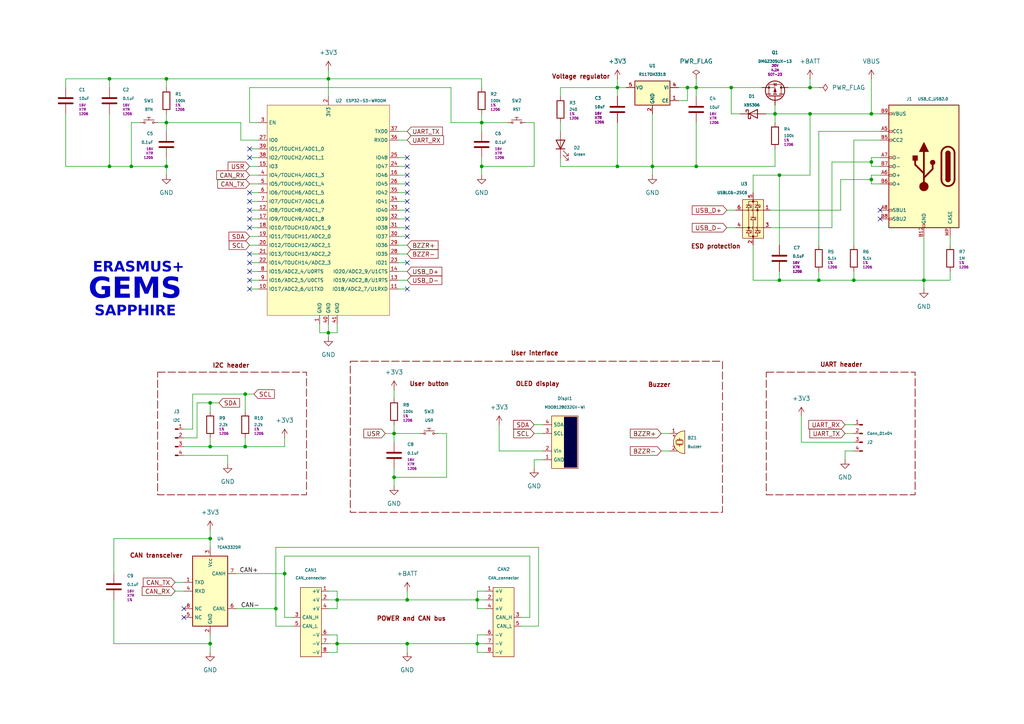
<source format=kicad_sch>
(kicad_sch (version 20231120) (generator "eeschema") (generator_version "8.0")
  (paper "A4")
  (title_block (title "SAPPHIRE") (date "2024-03-13") (rev "v0.2") (company "GEMS - Graceful Equalising of Mechatronics Students") (comment 2 "Contact: gasper.skulj@fs.uni-lj.si") (comment 3 "2022-1-SI01-KA220-HED-000087727") (comment 4 "Erasmus+ project KA2: Cooperation partnerships in higher education"))
  (junction (at 31.75 22.86))
  (junction (at 118.11 173.99))
  (junction (at 179.07 48.26))
  (junction (at 234.95 25.4))
  (junction (at 201.93 25.4))
  (junction (at 38.1 48.26))
  (junction (at 179.07 25.4))
  (junction (at 80.01 176.53))
  (junction (at 97.79 173.99))
  (junction (at 201.93 48.26))
  (junction (at 252.73 46.99))
  (junction (at 252.73 52.07))
  (junction (at 138.43 186.69))
  (junction (at 114.3 138.43))
  (junction (at 252.73 33.02))
  (junction (at 234.95 33.02))
  (junction (at 71.12 129.54))
  (junction (at 48.26 35.56))
  (junction (at 267.97 81.28))
  (junction (at 71.12 114.3))
  (junction (at 114.3 125.73))
  (junction (at 247.65 81.28))
  (junction (at 118.11 186.69))
  (junction (at 139.7 35.56))
  (junction (at 31.75 48.26))
  (junction (at 60.96 129.54))
  (junction (at 212.09 25.4))
  (junction (at 199.39 25.4))
  (junction (at 226.06 81.28))
  (junction (at 189.23 48.26))
  (junction (at 224.79 33.02))
  (junction (at 139.7 48.26))
  (junction (at 138.43 173.99))
  (junction (at 60.96 186.69))
  (junction (at 226.06 50.8))
  (junction (at 95.25 22.86))
  (junction (at 237.49 81.28))
  (junction (at 60.96 116.84))
  (junction (at 97.79 186.69))
  (junction (at 82.55 166.37))
  (junction (at 95.25 96.52))
  (junction (at 60.96 156.21))
  (junction (at 48.26 48.26))
  (junction (at 48.26 22.86))
  (no_connect (at 118.11 48.26))
  (no_connect (at 118.11 68.58))
  (no_connect (at 72.39 73.66))
  (no_connect (at 118.11 60.96))
  (no_connect (at 72.39 55.88))
  (no_connect (at 255.27 60.96))
  (no_connect (at 118.11 66.04))
  (no_connect (at 255.27 63.5))
  (no_connect (at 72.39 66.04))
  (no_connect (at 72.39 78.74))
  (no_connect (at 72.39 60.96))
  (no_connect (at 72.39 58.42))
  (no_connect (at 72.39 81.28))
  (no_connect (at 118.11 76.2))
  (no_connect (at 118.11 45.72))
  (no_connect (at 72.39 76.2))
  (no_connect (at 118.11 55.88))
  (no_connect (at 118.11 50.8))
  (no_connect (at 118.11 53.34))
  (no_connect (at 53.34 179.07))
  (no_connect (at 118.11 58.42))
  (no_connect (at 118.11 63.5))
  (no_connect (at 72.39 63.5))
  (no_connect (at 72.39 43.18))
  (no_connect (at 72.39 45.72))
  (no_connect (at 118.11 83.82))
  (no_connect (at 53.34 176.53))
  (no_connect (at 72.39 83.82))
  (wire (pts (xy 252.73 33.02) (xy 255.27 33.02)))
  (wire (pts (xy 68.58 166.37) (xy 82.55 166.37)))
  (wire (pts (xy 74.93 78.74) (xy 72.39 78.74)))
  (wire (pts (xy 181.61 25.4) (xy 179.07 25.4)))
  (wire (pts (xy 80.01 158.75) (xy 80.01 176.53)))
  (wire (pts (xy 179.07 35.56) (xy 179.07 48.26)))
  (wire (pts (xy 199.39 25.4) (xy 196.85 25.4)))
  (wire (pts (xy 95.25 186.69) (xy 97.79 186.69)))
  (wire (pts (xy 48.26 35.56) (xy 48.26 33.02)))
  (wire (pts (xy 214.63 33.02) (xy 212.09 33.02)))
  (wire (pts (xy 267.97 68.58) (xy 267.97 81.28)))
  (wire (pts (xy 130.81 25.4) (xy 130.81 35.56)))
  (wire (pts (xy 72.39 71.12) (xy 74.93 71.12)))
  (wire (pts (xy 72.39 53.34) (xy 74.93 53.34)))
  (wire (pts (xy 74.93 66.04) (xy 72.39 66.04)))
  (wire (pts (xy 74.93 83.82) (xy 72.39 83.82)))
  (wire (pts (xy 156.21 181.61) (xy 156.21 158.75)))
  (wire (pts (xy 212.09 25.4) (xy 220.98 25.4)))
  (wire (pts (xy 97.79 173.99) (xy 118.11 173.99)))
  (wire (pts (xy 115.57 71.12) (xy 118.11 71.12)))
  (wire (pts (xy 151.13 179.07) (xy 153.67 179.07)))
  (wire (pts (xy 162.56 35.56) (xy 162.56 38.1)))
  (wire (pts (xy 226.06 81.28) (xy 218.44 81.28)))
  (wire (pts (xy 252.73 52.07) (xy 252.73 53.34)))
  (wire (pts (xy 115.57 66.04) (xy 118.11 66.04)))
  (wire (pts (xy 115.57 53.34) (xy 118.11 53.34)))
  (wire (pts (xy 114.3 138.43) (xy 114.3 140.97)))
  (wire (pts (xy 212.09 25.4) (xy 212.09 33.02)))
  (wire (pts (xy 243.84 52.07) (xy 252.73 52.07)))
  (wire (pts (xy 245.11 130.81) (xy 247.65 130.81)))
  (wire (pts (xy 60.96 116.84) (xy 63.5 116.84)))
  (wire (pts (xy 243.84 60.96) (xy 223.52 60.96)))
  (wire (pts (xy 118.11 38.1) (xy 115.57 38.1)))
  (wire (pts (xy 224.79 48.26) (xy 201.93 48.26)))
  (wire (pts (xy 144.78 123.19) (xy 144.78 130.81)))
  (wire (pts (xy 138.43 189.23) (xy 140.97 189.23)))
  (wire (pts (xy 139.7 35.56) (xy 147.32 35.56)))
  (wire (pts (xy 19.05 33.02) (xy 19.05 48.26)))
  (wire (pts (xy 245.11 125.73) (xy 247.65 125.73)))
  (wire (pts (xy 19.05 22.86) (xy 31.75 22.86)))
  (wire (pts (xy 31.75 33.02) (xy 31.75 48.26)))
  (wire (pts (xy 115.57 81.28) (xy 118.11 81.28)))
  (wire (pts (xy 222.25 33.02) (xy 224.79 33.02)))
  (wire (pts (xy 95.25 171.45) (xy 97.79 171.45)))
  (wire (pts (xy 74.93 45.72) (xy 72.39 45.72)))
  (wire (pts (xy 139.7 22.86) (xy 139.7 25.4)))
  (wire (pts (xy 218.44 50.8) (xy 218.44 55.88)))
  (wire (pts (xy 95.25 22.86) (xy 139.7 22.86)))
  (wire (pts (xy 115.57 83.82) (xy 118.11 83.82)))
  (wire (pts (xy 114.3 113.03) (xy 114.3 115.57)))
  (wire (pts (xy 74.93 60.96) (xy 72.39 60.96)))
  (wire (pts (xy 140.97 184.15) (xy 138.43 184.15)))
  (wire (pts (xy 224.79 33.02) (xy 224.79 35.56)))
  (wire (pts (xy 154.94 125.73) (xy 157.48 125.73)))
  (wire (pts (xy 82.55 161.29) (xy 153.67 161.29)))
  (wire (pts (xy 252.73 53.34) (xy 255.27 53.34)))
  (wire (pts (xy 92.71 96.52) (xy 95.25 96.52)))
  (wire (pts (xy 115.57 68.58) (xy 118.11 68.58)))
  (wire (pts (xy 60.96 186.69) (xy 60.96 189.23)))
  (polyline (pts (xy 345.44 143.51) (xy 345.44 143.51)))
  (wire (pts (xy 118.11 189.23) (xy 118.11 186.69)))
  (wire (pts (xy 201.93 25.4) (xy 199.39 25.4)))
  (wire (pts (xy 154.94 135.89) (xy 154.94 133.35)))
  (wire (pts (xy 97.79 173.99) (xy 95.25 173.99)))
  (wire (pts (xy 237.49 38.1) (xy 237.49 71.12)))
  (wire (pts (xy 252.73 50.8) (xy 252.73 52.07)))
  (wire (pts (xy 82.55 161.29) (xy 82.55 166.37)))
  (wire (pts (xy 38.1 35.56) (xy 38.1 48.26)))
  (wire (pts (xy 74.93 35.56) (xy 72.39 35.56)))
  (wire (pts (xy 97.79 96.52) (xy 97.79 93.98)))
  (wire (pts (xy 82.55 166.37) (xy 82.55 179.07)))
  (wire (pts (xy 50.8 171.45) (xy 53.34 171.45)))
  (wire (pts (xy 118.11 171.45) (xy 118.11 173.99)))
  (wire (pts (xy 72.39 25.4) (xy 130.81 25.4)))
  (wire (pts (xy 80.01 176.53) (xy 80.01 181.61)))
  (wire (pts (xy 115.57 78.74) (xy 118.11 78.74)))
  (wire (pts (xy 118.11 186.69) (xy 138.43 186.69)))
  (wire (pts (xy 33.02 173.99) (xy 33.02 186.69)))
  (wire (pts (xy 82.55 179.07) (xy 85.09 179.07)))
  (wire (pts (xy 60.96 184.15) (xy 60.96 186.69)))
  (wire (pts (xy 234.95 25.4) (xy 237.49 25.4)))
  (wire (pts (xy 60.96 129.54) (xy 71.12 129.54)))
  (wire (pts (xy 162.56 48.26) (xy 179.07 48.26)))
  (wire (pts (xy 130.81 35.56) (xy 139.7 35.56)))
  (wire (pts (xy 31.75 25.4) (xy 31.75 22.86)))
  (wire (pts (xy 74.93 76.2) (xy 72.39 76.2)))
  (wire (pts (xy 74.93 63.5) (xy 72.39 63.5)))
  (wire (pts (xy 74.93 58.42) (xy 72.39 58.42)))
  (wire (pts (xy 115.57 55.88) (xy 118.11 55.88)))
  (wire (pts (xy 33.02 156.21) (xy 33.02 166.37)))
  (wire (pts (xy 19.05 25.4) (xy 19.05 22.86)))
  (wire (pts (xy 115.57 63.5) (xy 118.11 63.5)))
  (wire (pts (xy 224.79 30.48) (xy 224.79 33.02)))
  (wire (pts (xy 139.7 45.72) (xy 139.7 48.26)))
  (wire (pts (xy 97.79 186.69) (xy 118.11 186.69)))
  (wire (pts (xy 234.95 33.02) (xy 252.73 33.02)))
  (wire (pts (xy 95.25 176.53) (xy 97.79 176.53)))
  (wire (pts (xy 48.26 22.86) (xy 95.25 22.86)))
  (wire (pts (xy 95.25 20.32) (xy 95.25 22.86)))
  (wire (pts (xy 247.65 81.28) (xy 267.97 81.28)))
  (wire (pts (xy 115.57 76.2) (xy 118.11 76.2)))
  (wire (pts (xy 48.26 45.72) (xy 48.26 48.26)))
  (wire (pts (xy 114.3 125.73) (xy 114.3 123.19)))
  (wire (pts (xy 48.26 35.56) (xy 48.26 38.1)))
  (wire (pts (xy 55.88 124.46) (xy 55.88 114.3)))
  (wire (pts (xy 139.7 35.56) (xy 139.7 38.1)))
  (wire (pts (xy 60.96 127) (xy 60.96 129.54)))
  (wire (pts (xy 237.49 78.74) (xy 237.49 81.28)))
  (wire (pts (xy 97.79 176.53) (xy 97.79 173.99)))
  (wire (pts (xy 72.39 48.26) (xy 74.93 48.26)))
  (wire (pts (xy 71.12 114.3) (xy 71.12 119.38)))
  (wire (pts (xy 138.43 171.45) (xy 138.43 173.99)))
  (wire (pts (xy 194.31 130.81) (xy 191.77 130.81)))
  (wire (pts (xy 60.96 156.21) (xy 60.96 158.75)))
  (wire (pts (xy 60.96 153.67) (xy 60.96 156.21)))
  (wire (pts (xy 226.06 50.8) (xy 226.06 71.12)))
  (wire (pts (xy 201.93 22.86) (xy 201.93 25.4)))
  (wire (pts (xy 140.97 173.99) (xy 138.43 173.99)))
  (wire (pts (xy 189.23 48.26) (xy 201.93 48.26)))
  (wire (pts (xy 33.02 156.21) (xy 60.96 156.21)))
  (wire (pts (xy 60.96 116.84) (xy 60.96 119.38)))
  (wire (pts (xy 189.23 48.26) (xy 179.07 48.26)))
  (wire (pts (xy 201.93 25.4) (xy 212.09 25.4)))
  (wire (pts (xy 201.93 35.56) (xy 201.93 48.26)))
  (wire (pts (xy 228.6 25.4) (xy 234.95 25.4)))
  (wire (pts (xy 111.76 125.73) (xy 114.3 125.73)))
  (wire (pts (xy 139.7 48.26) (xy 139.7 50.8)))
  (wire (pts (xy 226.06 78.74) (xy 226.06 81.28)))
  (wire (pts (xy 252.73 45.72) (xy 255.27 45.72)))
  (wire (pts (xy 140.97 171.45) (xy 138.43 171.45)))
  (wire (pts (xy 129.54 138.43) (xy 114.3 138.43)))
  (wire (pts (xy 232.41 128.27) (xy 247.65 128.27)))
  (wire (pts (xy 138.43 176.53) (xy 140.97 176.53)))
  (wire (pts (xy 267.97 81.28) (xy 275.59 81.28)))
  (wire (pts (xy 95.25 22.86) (xy 95.25 27.94)))
  (wire (pts (xy 55.88 114.3) (xy 71.12 114.3)))
  (wire (pts (xy 114.3 125.73) (xy 114.3 128.27)))
  (wire (pts (xy 252.73 22.86) (xy 252.73 33.02)))
  (wire (pts (xy 255.27 48.26) (xy 252.73 48.26)))
  (wire (pts (xy 226.06 81.28) (xy 237.49 81.28)))
  (wire (pts (xy 241.3 46.99) (xy 241.3 66.04)))
  (wire (pts (xy 97.79 186.69) (xy 97.79 189.23)))
  (wire (pts (xy 95.25 96.52) (xy 95.25 97.79)))
  (wire (pts (xy 68.58 176.53) (xy 80.01 176.53)))
  (wire (pts (xy 252.73 46.99) (xy 252.73 45.72)))
  (wire (pts (xy 129.54 125.73) (xy 129.54 138.43)))
  (wire (pts (xy 179.07 25.4) (xy 179.07 27.94)))
  (wire (pts (xy 139.7 35.56) (xy 139.7 33.02)))
  (wire (pts (xy 57.15 116.84) (xy 60.96 116.84)))
  (wire (pts (xy 127 125.73) (xy 129.54 125.73)))
  (wire (pts (xy 247.65 40.64) (xy 255.27 40.64)))
  (wire (pts (xy 234.95 25.4) (xy 234.95 22.86)))
  (wire (pts (xy 224.79 43.18) (xy 224.79 48.26)))
  (wire (pts (xy 115.57 60.96) (xy 118.11 60.96)))
  (wire (pts (xy 40.64 35.56) (xy 38.1 35.56)))
  (wire (pts (xy 118.11 40.64) (xy 115.57 40.64)))
  (wire (pts (xy 224.79 33.02) (xy 234.95 33.02)))
  (wire (pts (xy 118.11 173.99) (xy 138.43 173.99)))
  (wire (pts (xy 69.85 40.64) (xy 74.93 40.64)))
  (wire (pts (xy 74.93 55.88) (xy 72.39 55.88)))
  (wire (pts (xy 218.44 81.28) (xy 218.44 71.12)))
  (wire (pts (xy 151.13 181.61) (xy 156.21 181.61)))
  (wire (pts (xy 115.57 58.42) (xy 118.11 58.42)))
  (wire (pts (xy 115.57 48.26) (xy 118.11 48.26)))
  (wire (pts (xy 275.59 68.58) (xy 275.59 71.12)))
  (wire (pts (xy 74.93 81.28) (xy 72.39 81.28)))
  (wire (pts (xy 152.4 35.56) (xy 154.94 35.56)))
  (wire (pts (xy 82.55 129.54) (xy 82.55 127)))
  (wire (pts (xy 210.82 60.96) (xy 213.36 60.96)))
  (wire (pts (xy 53.34 129.54) (xy 60.96 129.54)))
  (wire (pts (xy 95.25 93.98) (xy 95.25 96.52)))
  (wire (pts (xy 74.93 43.18) (xy 72.39 43.18)))
  (wire (pts (xy 97.79 184.15) (xy 97.79 186.69)))
  (wire (pts (xy 154.94 35.56) (xy 154.94 48.26)))
  (wire (pts (xy 237.49 81.28) (xy 247.65 81.28)))
  (wire (pts (xy 226.06 50.8) (xy 218.44 50.8)))
  (wire (pts (xy 114.3 125.73) (xy 121.92 125.73)))
  (wire (pts (xy 154.94 133.35) (xy 157.48 133.35)))
  (wire (pts (xy 66.04 132.08) (xy 66.04 134.62)))
  (wire (pts (xy 247.65 40.64) (xy 247.65 71.12)))
  (wire (pts (xy 245.11 133.35) (xy 245.11 130.81)))
  (wire (pts (xy 72.39 50.8) (xy 74.93 50.8)))
  (wire (pts (xy 71.12 127) (xy 71.12 129.54)))
  (wire (pts (xy 241.3 46.99) (xy 252.73 46.99)))
  (wire (pts (xy 53.34 127) (xy 57.15 127)))
  (wire (pts (xy 57.15 127) (xy 57.15 116.84)))
  (wire (pts (xy 201.93 27.94) (xy 201.93 25.4)))
  (wire (pts (xy 234.95 33.02) (xy 234.95 50.8)))
  (wire (pts (xy 162.56 45.72) (xy 162.56 48.26)))
  (wire (pts (xy 138.43 184.15) (xy 138.43 186.69)))
  (wire (pts (xy 48.26 22.86) (xy 48.26 25.4)))
  (wire (pts (xy 31.75 48.26) (xy 38.1 48.26)))
  (wire (pts (xy 114.3 135.89) (xy 114.3 138.43)))
  (wire (pts (xy 95.25 184.15) (xy 97.79 184.15)))
  (wire (pts (xy 97.79 171.45) (xy 97.79 173.99)))
  (wire (pts (xy 252.73 48.26) (xy 252.73 46.99)))
  (wire (pts (xy 53.34 132.08) (xy 66.04 132.08)))
  (wire (pts (xy 50.8 168.91) (xy 53.34 168.91)))
  (wire (pts (xy 48.26 35.56) (xy 69.85 35.56)))
  (wire (pts (xy 189.23 33.02) (xy 189.23 48.26)))
  (wire (pts (xy 74.93 73.66) (xy 72.39 73.66)))
  (wire (pts (xy 33.02 186.69) (xy 60.96 186.69)))
  (wire (pts (xy 19.05 48.26) (xy 31.75 48.26)))
  (wire (pts (xy 179.07 22.86) (xy 179.07 25.4)))
  (wire (pts (xy 226.06 50.8) (xy 234.95 50.8)))
  (wire (pts (xy 95.25 96.52) (xy 97.79 96.52)))
  (wire (pts (xy 162.56 25.4) (xy 162.56 27.94)))
  (wire (pts (xy 243.84 52.07) (xy 243.84 60.96)))
  (wire (pts (xy 72.39 68.58) (xy 74.93 68.58)))
  (wire (pts (xy 95.25 189.23) (xy 97.79 189.23)))
  (wire (pts (xy 247.65 81.28) (xy 247.65 78.74)))
  (wire (pts (xy 199.39 25.4) (xy 199.39 29.21)))
  (wire (pts (xy 115.57 50.8) (xy 118.11 50.8)))
  (wire (pts (xy 53.34 124.46) (xy 55.88 124.46)))
  (wire (pts (xy 138.43 173.99) (xy 138.43 176.53)))
  (wire (pts (xy 71.12 129.54) (xy 82.55 129.54)))
  (wire (pts (xy 199.39 29.21) (xy 196.85 29.21)))
  (wire (pts (xy 255.27 50.8) (xy 252.73 50.8)))
  (wire (pts (xy 38.1 48.26) (xy 48.26 48.26)))
  (wire (pts (xy 179.07 25.4) (xy 162.56 25.4)))
  (wire (pts (xy 232.41 120.65) (xy 232.41 128.27)))
  (wire (pts (xy 80.01 181.61) (xy 85.09 181.61)))
  (wire (pts (xy 115.57 73.66) (xy 118.11 73.66)))
  (wire (pts (xy 189.23 48.26) (xy 189.23 50.8)))
  (wire (pts (xy 48.26 48.26) (xy 48.26 50.8)))
  (wire (pts (xy 154.94 48.26) (xy 139.7 48.26)))
  (wire (pts (xy 237.49 38.1) (xy 255.27 38.1)))
  (wire (pts (xy 71.12 114.3) (xy 73.66 114.3)))
  (wire (pts (xy 210.82 66.04) (xy 213.36 66.04)))
  (wire (pts (xy 115.57 45.72) (xy 118.11 45.72)))
  (wire (pts (xy 92.71 93.98) (xy 92.71 96.52)))
  (wire (pts (xy 241.3 66.04) (xy 223.52 66.04)))
  (wire (pts (xy 153.67 161.29) (xy 153.67 179.07)))
  (wire (pts (xy 267.97 81.28) (xy 267.97 83.82)))
  (wire (pts (xy 138.43 186.69) (xy 140.97 186.69)))
  (wire (pts (xy 245.11 123.19) (xy 247.65 123.19)))
  (wire (pts (xy 154.94 123.19) (xy 157.48 123.19)))
  (wire (pts (xy 31.75 22.86) (xy 48.26 22.86)))
  (wire (pts (xy 194.31 125.73) (xy 191.77 125.73)))
  (wire (pts (xy 69.85 35.56) (xy 69.85 40.64)))
  (wire (pts (xy 138.43 186.69) (xy 138.43 189.23)))
  (wire (pts (xy 275.59 78.74) (xy 275.59 81.28)))
  (wire (pts (xy 45.72 35.56) (xy 48.26 35.56)))
  (wire (pts (xy 144.78 130.81) (xy 157.48 130.81)))
  (wire (pts (xy 72.39 35.56) (xy 72.39 25.4)))
  (wire (pts (xy 80.01 158.75) (xy 156.21 158.75)))
  (rectangle (start 45.72 107.95) (end 88.9 143.51) (stroke (width 0.2) (type dash) (color 132 0 0 1)))
  (rectangle (start 101.6 104.775) (end 209.55 148.59) (stroke (width 0.2) (type dash) (color 132 0 0 1)))
  (rectangle (start 222.25 107.95) (end 265.43 143.51) (stroke (width 0.2) (type dash) (color 132 0 0 1)))
  (text "ESD protection\n" (at 214.884 72.39 0) (effects (font (size 1.27 1.27) (thickness 0.254) (bold yes)) (justify right bottom)))
  (text "Buzzer" (at 194.564 112.522 0) (effects (font (size 1.27 1.27) (thickness 0.254) (bold yes)) (justify right bottom)))
  (text "OLED display" (at 162.306 112.268 0) (effects (font (size 1.27 1.27) (thickness 0.254) (bold yes)) (justify right bottom)))
  (text "CAN transceiver" (at 37.592 162.052 0) (effects (font (size 1.27 1.27) (thickness 0.254) (bold yes)) (justify left bottom)))
  (text "I2C header" (at 72.39 106.934 0) (effects (font (size 1.27 1.27) (thickness 0.254) (bold yes)) (justify right bottom)))
  (text "ERASMUS+" (at 26.924 80.264 0) (effects (font (size 3 3) (thickness 0.254) (bold yes)) (justify left bottom)))
  (text "User button" (at 130.302 112.268 0) (effects (font (size 1.27 1.27) (thickness 0.254) (bold yes)) (justify right bottom)))
  (text "POWER and CAN bus" (at 109.22 180.34 0) (effects (font (size 1.27 1.27) (thickness 0.254) (bold yes)) (justify left bottom)))
  (text "SAPPHIRE" (at 27.432 92.964 0) (effects (font (size 3 3) (thickness 0.254) (bold yes)) (justify left bottom)))
  (text "GEMS" (at 25.654 89.154 0) (effects (font (size 6 6) (bold yes)) (justify left bottom)))
  (text "UART header" (at 250.19 106.68 0) (effects (font (size 1.27 1.27) (thickness 0.254) (bold yes)) (justify right bottom)))
  (text "Voltage regulator" (at 160.02 23.114 0) (effects (font (size 1.27 1.27) (thickness 0.254) (bold yes)) (justify left bottom)))
  (text "User interface" (at 162.052 103.378 0) (effects (font (size 1.27 1.27) (thickness 0.254) (bold yes)) (justify right bottom)))
  (label "CAN+" (at 74.93 166.37 180))
  (label "CAN-" (at 69.85 176.53 0))
  (global_label "UART_TX" (shape input) (at 118.11 38.1 0) (property "Intersheetrefs" "${INTERSHEET_REFS}" (effects (hide yes))))
  (global_label "UART_RX" (shape input) (at 245.11 123.19 180) (property "Intersheetrefs" "${INTERSHEET_REFS}" (effects (hide yes))))
  (global_label "BZZR+" (shape input) (at 191.77 125.73 180) (property "Intersheetrefs" "${INTERSHEET_REFS}" (effects (hide yes))))
  (global_label "SDA" (shape input) (at 72.39 68.58 180) (property "Intersheetrefs" "${INTERSHEET_REFS}" (effects (hide yes))))
  (global_label "CAN_TX" (shape input) (at 72.39 53.34 180) (property "Intersheetrefs" "${INTERSHEET_REFS}" (effects (hide yes))))
  (global_label "USR" (shape input) (at 72.39 48.26 180) (property "Intersheetrefs" "${INTERSHEET_REFS}" (effects (hide yes))))
  (global_label "BZZR-" (shape input) (at 118.11 73.66 0) (property "Intersheetrefs" "${INTERSHEET_REFS}" (effects (hide yes))))
  (global_label "SCL" (shape input) (at 73.66 114.3 0) (property "Intersheetrefs" "${INTERSHEET_REFS}" (effects (hide yes))))
  (global_label "SCL" (shape input) (at 154.94 125.73 180) (property "Intersheetrefs" "${INTERSHEET_REFS}" (effects (hide yes))))
  (global_label "CAN_RX" (shape input) (at 50.8 171.45 180) (property "Intersheetrefs" "${INTERSHEET_REFS}" (effects (hide yes))))
  (global_label "SDA" (shape input) (at 154.94 123.19 180) (property "Intersheetrefs" "${INTERSHEET_REFS}" (effects (hide yes))))
  (global_label "SDA" (shape input) (at 63.5 116.84 0) (property "Intersheetrefs" "${INTERSHEET_REFS}" (effects (hide yes))))
  (global_label "UART_TX" (shape input) (at 245.11 125.73 180) (property "Intersheetrefs" "${INTERSHEET_REFS}" (effects (hide yes))))
  (global_label "USB_D-" (shape input) (at 118.11 81.28 0) (property "Intersheetrefs" "${INTERSHEET_REFS}" (effects (hide yes))))
  (global_label "USB_D+" (shape input) (at 210.82 60.96 180) (property "Intersheetrefs" "${INTERSHEET_REFS}" (effects (hide yes))))
  (global_label "USB_D-" (shape input) (at 210.82 66.04 180) (property "Intersheetrefs" "${INTERSHEET_REFS}" (effects (hide yes))))
  (global_label "CAN_RX" (shape input) (at 72.39 50.8 180) (property "Intersheetrefs" "${INTERSHEET_REFS}" (effects (hide yes))))
  (global_label "SCL" (shape input) (at 72.39 71.12 180) (property "Intersheetrefs" "${INTERSHEET_REFS}" (effects (hide yes))))
  (global_label "CAN_TX" (shape input) (at 50.8 168.91 180) (property "Intersheetrefs" "${INTERSHEET_REFS}" (effects (hide yes))))
  (global_label "USB_D+" (shape input) (at 118.11 78.74 0) (property "Intersheetrefs" "${INTERSHEET_REFS}" (effects (hide yes))))
  (global_label "UART_RX" (shape input) (at 118.11 40.64 0) (property "Intersheetrefs" "${INTERSHEET_REFS}" (effects (hide yes))))
  (global_label "BZZR-" (shape input) (at 191.77 130.81 180) (property "Intersheetrefs" "${INTERSHEET_REFS}" (effects (hide yes))))
  (global_label "BZZR+" (shape input) (at 118.11 71.12 0) (property "Intersheetrefs" "${INTERSHEET_REFS}" (effects (hide yes))))
  (global_label "USR" (shape input) (at 111.76 125.73 180) (property "Intersheetrefs" "${INTERSHEET_REFS}" (effects (hide yes))))
  (symbol (lib_id "GEMS_library:SW_Push_NO") (at 43.18 35.56 0) (unit 1)
    (property "Reference" "SW1" (at 43.18 29.21 0) (effects (font (size 0.9 0.9))))
    (property "Value" "BTN" (at 43.18 31.75 0) (effects (font (size 0.8 0.8))))
    (property "Footprint" "GEMS_library:SW_PUSH_6mm_SMD" (effects (hide yes)))
    (property "Datasheet" "https://www.ckswitches.com/media/1471/pts645.pdf" (effects (hide yes)))
    (property "Description" "Push button switch, generic, two pins" (effects (hide yes)))
  )
  (symbol (lib_id "GEMS_library:Capacitor") (at 48.26 41.91 0) (mirror y) (unit 1)
    (property "Reference" "C5" (at 44.45 38.735 0) (effects (font (size 0.9 0.9)) (justify left)))
    (property "Value" "0.1uF" (at 44.45 41.275 0) (effects (font (size 0.8 0.8)) (justify left)))
    (property "Footprint" "GEMS_library:C_1206_(3216)" (effects (hide yes)))
    (property "Description" "Unpolarized capacitor" (effects (hide yes)))
    (property "Voltage" "16V" (at 44.45 43.18 0) (effects (font (size 0.7 0.7)) (justify left)))
    (property "Tolerance" "X7R" (at 44.45 44.45 0) (effects (font (size 0.7 0.7)) (justify left)))
    (property "Case" "1206" (at 44.45 45.72 0) (effects (font (size 0.7 0.7)) (justify left)))
  )
  (symbol (lib_id "GEMS_library:ESP32-S3-WROOM") (at 95.25 58.42 0) (unit 1)
    (property "Reference" "U2" (at 97.282 29.21 0) (effects (font (size 0.9 0.9)) (justify left)))
    (property "Value" "ESP32-S3-WROOM" (at 100.33 29.21 0) (effects (font (size 0.8 0.8)) (justify left)))
    (property "Footprint" "GEMS_library:ESP32-S3-WROOM" (effects (hide yes)))
    (property "Datasheet" "https://www.espressif.com/sites/default/files/documentation/esp32-s3-wroom-1_wroom-1u_datasheet_en.pdf" (effects (hide yes)))
    (property "Description" "ESP32-S3 WROOM RF module" (effects (hide yes)))
    (property "Suplier1" "Mouser" (effects (hide yes)))
    (property "Suplier1 no." "356-ESP32S3WRM1N16R2" (effects (hide yes)))
  )
  (symbol (lib_id "power:PWR_FLAG") (at 237.49 25.4 270) (unit 1)
    (property "Reference" "#FLG02" (effects (hide yes)))
    (property "Value" "PWR_FLAG" (at 241.3 25.3999 90) (effects (justify left)))
    (property "Description" "Special symbol for telling ERC where power comes from" (effects (hide yes)))
  )
  (symbol (lib_id "GEMS_library:DMG2305UX-13") (at 224.79 27.94 90) (unit 1)
    (property "Reference" "Q1" (at 224.79 15.24 90) (effects (font (size 0.9 0.9))))
    (property "Value" "DMG2305UX-13" (at 224.79 17.78 90) (effects (font (size 0.8 0.8))))
    (property "Footprint" "GEMS_library:SOT-23" (effects (hide yes)))
    (property "Datasheet" "https://www.diodes.com/assets/Datasheets/DMG2305UX.pdf" (effects (hide yes)))
    (property "Description" "P-MOSFET transistor, gate/source/drain" (effects (hide yes)))
    (property "Voltage" "20V" (at 224.79 19.05 90) (effects (font (size 0.7 0.7))))
    (property "Current" "4.2A" (at 224.79 20.32 90) (effects (font (size 0.7 0.7))))
    (property "Case" "SOT-23" (at 224.79 21.59 90) (effects (font (size 0.7 0.7))))
    (property "Suplier1" "Mouser" (effects (hide yes)))
    (property "Suplier1 no." "621-DMG2305UX-13" (effects (hide yes)))
  )
  (symbol (lib_id "GEMS_library:XBS306") (at 217.17 33.02 0) (unit 1)
    (property "Reference" "D1" (at 218.059 27.94 0) (effects (font (size 0.889 0.889))))
    (property "Value" "XBS306" (at 218.059 30.48 0) (effects (font (size 0.7874 0.7874))))
    (property "Footprint" "GEMS_library:DO-214_(SMA)" (effects (hide yes)))
    (property "Datasheet" "https://www.farnell.com/datasheets/3118332.pdf" (effects (hide yes)))
    (property "Description" "Rectifier diode" (effects (hide yes)))
    (property "Voltage" "60V" (effects (hide yes)))
    (property "Current" "3A" (effects (hide yes)))
    (property "Suplier1" "Mouser" (effects (hide yes)))
    (property "Suplier1 no." "865-XBS306S19R-G" (effects (hide yes)))
  )
  (symbol (lib_id "GEMS_library:USB_C_USB2.0") (at 267.97 48.26 0) (mirror y) (unit 1)
    (property "Reference" "J1" (at 262.89 28.702 0) (effects (font (size 0.9 0.9)) (justify right)))
    (property "Value" "USB_C_USB2.0" (at 266.192 28.702 0) (effects (font (size 0.8 0.8)) (justify right)))
    (property "Footprint" "GEMS_library:USB-C_MOLEX-216990-0001" (effects (hide yes)))
    (property "Datasheet" "https://www.molex.com/en-us/products/part-detail/2169900001?display=pdf" (effects (hide yes)))
    (property "Description" "USB 2.0-only Type-C Receptacle connector" (effects (hide yes)))
    (property "USB-C_spec" "https://www.usb.org/sites/default/files/USB%20Type-C%20Spec%20R2.0%20-%20August%202019.pdf" (effects (hide yes)))
    (property "Suplier1" "Mouser" (effects (hide yes)))
    (property "Suplier1 no." "538-216990-0001" (effects (hide yes)))
    (property "Suplier2" "DigiKey" (effects (hide yes)))
    (property "Suplier2 no." "900-2169900001TR-ND" (effects (hide yes)))
  )
  (symbol (lib_id "power:+3V3") (at 95.25 20.32 0) (unit 1)
    (property "Reference" "#PWR01" (effects (hide yes)))
    (property "Value" "+3V3" (at 95.25 15.24 0))
    (property "Description" "Power symbol creates a global label with name \"+3V3\"" (effects (hide yes)))
  )
  (symbol (lib_id "GEMS_library:OLED_Display_I2C") (at 162.56 128.27 270) (mirror x) (unit 1)
    (property "Reference" "Displ1" (at 163.83 115.57 90) (effects (font (size 0.9 0.9))))
    (property "Value" "MDOB128032GV-WI" (at 163.83 118.11 90) (effects (font (size 0.8 0.8))))
    (property "Footprint" "GEMS_library:MDOB128032GV-WI" (effects (hide yes)))
    (property "Datasheet" "https://www.farnell.com/datasheets/2920406.pdf" (effects (hide yes)))
    (property "Description" "OLED Diplay I2C" (effects (hide yes)))
    (property "Suplier1" "Farnell" (effects (hide yes)))
    (property "Suplier1 no." "3407291" (effects (hide yes)))
  )
  (symbol (lib_id "power:VBUS") (at 252.73 22.86 0) (unit 1)
    (property "Reference" "#PWR04" (effects (hide yes)))
    (property "Value" "VBUS" (at 252.73 17.78 0))
    (property "Description" "Power symbol creates a global label with name \"VBUS\"" (effects (hide yes)))
  )
  (symbol (lib_id "GEMS_library:Resistor") (at 48.26 29.21 0) (unit 1)
    (property "Reference" "R1" (at 50.8 27.305 0) (effects (font (size 0.889 0.889)) (justify left)))
    (property "Value" "100k" (at 50.8 29.21 0) (effects (font (size 0.7874 0.7874)) (justify left)))
    (property "Footprint" "GEMS_library:R_1206_(3216)" (effects (hide yes)))
    (property "Description" "Resistor" (effects (hide yes)))
    (property "Tolerance" "1%" (at 50.8 30.4799 0) (effects (font (size 0.7112 0.7112)) (justify left)))
    (property "Case" "1206" (at 50.8 31.7499 0) (effects (font (size 0.7112 0.7112)) (justify left)))
  )
  (symbol (lib_id "power:+3V3") (at 114.3 113.03 0) (unit 1)
    (property "Reference" "#PWR010" (effects (hide yes)))
    (property "Value" "+3V3" (at 114.3 107.95 0))
    (property "Description" "Power symbol creates a global label with name \"+3V3\"" (effects (hide yes)))
  )
  (symbol (lib_id "GEMS_library:Conn_01x04") (at 50.8 127 0) (unit 1)
    (property "Reference" "J3" (at 51.2318 119.38 0) (effects (font (size 0.9 0.9))))
    (property "Value" "I2C" (at 51.2318 121.92 0) (effects (font (size 0.8 0.8))))
    (property "Footprint" "GEMS_library:PinHeader_1x04_P2.54mm_Vertical" (effects (hide yes)))
    (property "Description" "Generic connector, single row, 01x04" (effects (hide yes)))
  )
  (symbol (lib_id "power:GND") (at 139.7 50.8 0) (unit 1)
    (property "Reference" "#PWR06" (effects (hide yes)))
    (property "Value" "GND" (at 139.7 55.88 0))
    (property "Description" "Power symbol creates a global label with name \"GND\" , ground" (effects (hide yes)))
  )
  (symbol (lib_id "GEMS_library:TCAN332DR") (at 60.96 171.45 0) (unit 1)
    (property "Reference" "U4" (at 62.9684 156.21 0) (effects (font (size 0.9 0.9)) (justify left)))
    (property "Value" "TCAN332DR" (at 62.9684 158.75 0) (effects (font (size 0.8 0.8)) (justify left)))
    (property "Footprint" "GEMS_library:SOIC-8" (effects (hide yes)))
    (property "Datasheet" "https://www.ti.com/lit/ds/symlink/tcan337.pdf?ts=1708935013033&ref_url=https%253A%252F%252Fwww.mouser.com%252F" (effects (hide yes)))
    (property "Description" "CAN bus transciever" (effects (hide yes)))
    (property "Suplier1" "Mouser" (effects (hide yes)))
    (property "Suplier1 no." "595-TCAN332DR" (effects (hide yes)))
  )
  (symbol (lib_id "power:GND") (at 118.11 189.23 0) (unit 1)
    (property "Reference" "#PWR021" (effects (hide yes)))
    (property "Value" "GND" (at 118.11 194.31 0))
    (property "Description" "Power symbol creates a global label with name \"GND\" , ground" (effects (hide yes)))
  )
  (symbol (lib_id "GEMS_library:Capacitor") (at 226.06 74.93 0) (unit 1)
    (property "Reference" "C7" (at 230.124 71.882 0) (effects (font (size 0.9 0.9)) (justify left)))
    (property "Value" "0.1uF" (at 229.87 74.295 0) (effects (font (size 0.8 0.8)) (justify left)))
    (property "Footprint" "GEMS_library:C_1206_(3216)" (effects (hide yes)))
    (property "Description" "Unpolarized capacitor" (effects (hide yes)))
    (property "Voltage" "16V" (at 229.87 76.2 0) (effects (font (size 0.7 0.7)) (justify left)))
    (property "Tolerance" "X7R" (at 229.87 77.47 0) (effects (font (size 0.7 0.7)) (justify left)))
    (property "Case" "1206" (at 229.87 78.74 0) (effects (font (size 0.7 0.7)) (justify left)))
  )
  (symbol (lib_id "GEMS_library:Capacitor") (at 179.07 31.75 0) (mirror y) (unit 1)
    (property "Reference" "C3" (at 172.466 28.448 0) (effects (font (size 0.9 0.9)) (justify right)))
    (property "Value" "10uF" (at 172.466 30.988 0) (effects (font (size 0.8 0.8)) (justify right)))
    (property "Footprint" "GEMS_library:C_1206_(3216)" (effects (hide yes)))
    (property "Description" "Unpolarized capacitor" (effects (hide yes)))
    (property "Voltage" "16V" (at 172.466 32.893 0) (effects (font (size 0.7 0.7)) (justify right)))
    (property "Tolerance" "X7R" (at 172.466 34.163 0) (effects (font (size 0.7 0.7)) (justify right)))
    (property "Case" "1206" (at 172.466 35.433 0) (effects (font (size 0.7 0.7)) (justify right)))
  )
  (symbol (lib_id "power:+3V3") (at 60.96 153.67 0) (unit 1)
    (property "Reference" "#PWR018" (effects (hide yes)))
    (property "Value" "+3V3" (at 60.96 148.59 0))
    (property "Description" "Power symbol creates a global label with name \"+3V3\"" (effects (hide yes)))
  )
  (symbol (lib_id "GEMS_library:Resistor") (at 224.79 39.37 0) (unit 1)
    (property "Reference" "R4" (at 227.33 37.465 0) (effects (font (size 0.889 0.889)) (justify left)))
    (property "Value" "100k" (at 227.33 39.37 0) (effects (font (size 0.7874 0.7874)) (justify left)))
    (property "Footprint" "GEMS_library:R_1206_(3216)" (effects (hide yes)))
    (property "Description" "Resistor" (effects (hide yes)))
    (property "Tolerance" "1%" (at 227.33 40.6399 0) (effects (font (size 0.7112 0.7112)) (justify left)))
    (property "Case" "1206" (at 227.33 41.9099 0) (effects (font (size 0.7112 0.7112)) (justify left)))
  )
  (symbol (lib_id "GEMS_library:Resistor") (at 60.96 123.19 0) (unit 1)
    (property "Reference" "R9" (at 63.5 121.285 0) (effects (font (size 0.889 0.889)) (justify left)))
    (property "Value" "2.2k" (at 63.5 123.19 0) (effects (font (size 0.7874 0.7874)) (justify left)))
    (property "Footprint" "GEMS_library:R_1206_(3216)" (effects (hide yes)))
    (property "Description" "Resistor" (effects (hide yes)))
    (property "Tolerance" "1%" (at 63.5 124.4599 0) (effects (font (size 0.7112 0.7112)) (justify left)))
    (property "Case" "1206" (at 63.5 125.7299 0) (effects (font (size 0.7112 0.7112)) (justify left)))
  )
  (symbol (lib_id "power:GND") (at 245.11 133.35 0) (unit 1)
    (property "Reference" "#PWR014" (effects (hide yes)))
    (property "Value" "GND" (at 245.11 138.43 0))
    (property "Description" "Power symbol creates a global label with name \"GND\" , ground" (effects (hide yes)))
  )
  (symbol (lib_id "GEMS_library:Resistor") (at 139.7 29.21 0) (unit 1)
    (property "Reference" "R2" (at 142.24 27.305 0) (effects (font (size 0.889 0.889)) (justify left)))
    (property "Value" "100k" (at 142.24 29.21 0) (effects (font (size 0.7874 0.7874)) (justify left)))
    (property "Footprint" "GEMS_library:R_1206_(3216)" (effects (hide yes)))
    (property "Description" "Resistor" (effects (hide yes)))
    (property "Tolerance" "1%" (at 142.24 30.4799 0) (effects (font (size 0.7112 0.7112)) (justify left)))
    (property "Case" "1206" (at 142.24 31.7499 0) (effects (font (size 0.7112 0.7112)) (justify left)))
  )
  (symbol (lib_id "GEMS_library:CAN_connector") (at 90.17 179.07 0) (mirror y) (unit 1)
    (property "Reference" "CAN1" (at 90.17 165.354 0) (effects (font (size 0.9 0.9))))
    (property "Value" "CAN_connector" (at 90.17 167.64 0) (effects (font (size 0.8 0.8))))
    (property "Footprint" "GEMS_library:IDC8_Micro-MaTch" (effects (hide yes)))
    (property "Description" "8pin CAN & Power connector, double row, 02x04" (effects (hide yes)))
    (property "Suplier1" "Mouser" (effects (hide yes)))
    (property "Suplier1 no." "571-2150798" (effects (hide yes)))
    (property "Suplier1M no." "571-215083-8" (effects (hide yes)))
  )
  (symbol (lib_id "GEMS_library:LED") (at 162.56 43.18 90) (unit 1)
    (property "Reference" "D2" (at 166.37 42.8625 90) (effects (font (size 0.889 0.889)) (justify right)))
    (property "Value" "Green" (at 166.37 44.7675 90) (effects (font (size 0.7874 0.7874)) (justify right)))
    (property "Footprint" "GEMS_library:LED_D3.0mm" (effects (hide yes)))
    (property "Description" "Light emitting diode" (effects (hide yes)))
  )
  (symbol (lib_id "GEMS_library:R1170H331B") (at 189.23 25.4 0) (mirror y) (unit 1)
    (property "Reference" "U1" (at 189.23 19.05 0) (effects (font (size 0.9 0.9))))
    (property "Value" "R1170H331B" (at 189.23 21.59 0) (effects (font (size 0.8 0.8))))
    (property "Footprint" "GEMS_library:SOT-89-5" (effects (hide yes)))
    (property "Datasheet" "https://eu.mouser.com/datasheet/2/294/r1170_ea-3219814.pdf" (effects (hide yes)))
    (property "Description" "Voltage Regulator, LDO, Enable controll" (effects (hide yes)))
    (property "Suplier1" "Mouser" (effects (hide yes)))
    (property "Suplier1 no." "848-R1170H331BT1FE" (effects (hide yes)))
    (property "Suplier2" "DigiKey" (effects (hide yes)))
    (property "Suplier2 no." "2129-R1170H331B-T1-FETR-ND" (effects (hide yes)))
  )
  (symbol (lib_id "power:GND") (at 154.94 135.89 0) (unit 1)
    (property "Reference" "#PWR016" (effects (hide yes)))
    (property "Value" "GND" (at 154.94 140.97 0))
    (property "Description" "Power symbol creates a global label with name \"GND\" , ground" (effects (hide yes)))
  )
  (symbol (lib_id "power:GND") (at 66.04 134.62 0) (unit 1)
    (property "Reference" "#PWR015" (effects (hide yes)))
    (property "Value" "GND" (at 66.04 139.7 0))
    (property "Description" "Power symbol creates a global label with name \"GND\" , ground" (effects (hide yes)))
  )
  (symbol (lib_id "GEMS_library:Capacitor") (at 31.75 29.21 0) (unit 1)
    (property "Reference" "C2" (at 35.56 26.035 0) (effects (font (size 0.9 0.9)) (justify left)))
    (property "Value" "0.1uF" (at 35.56 28.575 0) (effects (font (size 0.8 0.8)) (justify left)))
    (property "Footprint" "GEMS_library:C_1206_(3216)" (effects (hide yes)))
    (property "Description" "Unpolarized capacitor" (effects (hide yes)))
    (property "Voltage" "16V" (at 35.56 30.48 0) (effects (font (size 0.7 0.7)) (justify left)))
    (property "Tolerance" "X7R" (at 35.56 31.75 0) (effects (font (size 0.7 0.7)) (justify left)))
    (property "Case" "1206" (at 35.56 33.02 0) (effects (font (size 0.7 0.7)) (justify left)))
  )
  (symbol (lib_id "GEMS_library:Resistor") (at 71.12 123.19 0) (unit 1)
    (property "Reference" "R10" (at 73.66 121.285 0) (effects (font (size 0.889 0.889)) (justify left)))
    (property "Value" "2.2k" (at 73.66 123.19 0) (effects (font (size 0.7874 0.7874)) (justify left)))
    (property "Footprint" "GEMS_library:R_1206_(3216)" (effects (hide yes)))
    (property "Description" "Resistor" (effects (hide yes)))
    (property "Tolerance" "1%" (at 73.66 124.4599 0) (effects (font (size 0.7112 0.7112)) (justify left)))
    (property "Case" "1206" (at 73.66 125.7299 0) (effects (font (size 0.7112 0.7112)) (justify left)))
  )
  (symbol (lib_id "power:GND") (at 95.25 97.79 0) (unit 1)
    (property "Reference" "#PWR09" (effects (hide yes)))
    (property "Value" "GND" (at 95.25 102.87 0))
    (property "Description" "Power symbol creates a global label with name \"GND\" , ground" (effects (hide yes)))
  )
  (symbol (lib_id "GEMS_library:Resistor") (at 237.49 74.93 0) (unit 1)
    (property "Reference" "R5" (at 240.03 73.025 0) (effects (font (size 0.889 0.889)) (justify left)))
    (property "Value" "5.1k" (at 240.03 74.93 0) (effects (font (size 0.7874 0.7874)) (justify left)))
    (property "Footprint" "GEMS_library:R_1206_(3216)" (effects (hide yes)))
    (property "Description" "Resistor" (effects (hide yes)))
    (property "Tolerance" "1%" (at 240.03 76.1999 0) (effects (font (size 0.7112 0.7112)) (justify left)))
    (property "Case" "1206" (at 240.03 77.4699 0) (effects (font (size 0.7112 0.7112)) (justify left)))
  )
  (symbol (lib_id "GEMS_library:Resistor") (at 162.56 31.75 0) (unit 1)
    (property "Reference" "R3" (at 165.1 29.845 0) (effects (font (size 0.889 0.889)) (justify left)))
    (property "Value" "240" (at 165.1 31.75 0) (effects (font (size 0.7874 0.7874)) (justify left)))
    (property "Footprint" "GEMS_library:R_1206_(3216)" (effects (hide yes)))
    (property "Description" "Resistor" (effects (hide yes)))
    (property "Tolerance" "1%" (at 165.1 33.0199 0) (effects (font (size 0.7112 0.7112)) (justify left)))
    (property "Case" "1206" (at 165.1 34.2899 0) (effects (font (size 0.7112 0.7112)) (justify left)))
  )
  (symbol (lib_id "GEMS_library:Capacitor") (at 114.3 132.08 0) (unit 1)
    (property "Reference" "C8" (at 118.11 128.905 0) (effects (font (size 0.9 0.9)) (justify left)))
    (property "Value" "0.1uF" (at 118.11 131.445 0) (effects (font (size 0.8 0.8)) (justify left)))
    (property "Footprint" "GEMS_library:C_1206_(3216)" (effects (hide yes)))
    (property "Description" "Unpolarized capacitor" (effects (hide yes)))
    (property "Voltage" "16V" (at 118.11 133.35 0) (effects (font (size 0.7 0.7)) (justify left)))
    (property "Tolerance" "X7R" (at 118.11 134.62 0) (effects (font (size 0.7 0.7)) (justify left)))
    (property "Case" "1206" (at 118.11 135.89 0) (effects (font (size 0.7 0.7)) (justify left)))
  )
  (symbol (lib_id "power:GND") (at 60.96 189.23 0) (unit 1)
    (property "Reference" "#PWR020" (effects (hide yes)))
    (property "Value" "GND" (at 60.96 194.31 0))
    (property "Description" "Power symbol creates a global label with name \"GND\" , ground" (effects (hide yes)))
  )
  (symbol (lib_id "GEMS_library:SW_Push_NO") (at 149.86 35.56 0) (unit 1)
    (property "Reference" "SW2" (at 149.86 29.21 0) (effects (font (size 0.9 0.9))))
    (property "Value" "RST" (at 149.86 31.75 0) (effects (font (size 0.8 0.8))))
    (property "Footprint" "GEMS_library:SW_PUSH_6mm_SMD" (effects (hide yes)))
    (property "Datasheet" "https://www.ckswitches.com/media/1471/pts645.pdf" (effects (hide yes)))
    (property "Description" "Push button switch, generic, two pins" (effects (hide yes)))
  )
  (symbol (lib_id "power:GND") (at 48.26 50.8 0) (unit 1)
    (property "Reference" "#PWR05" (effects (hide yes)))
    (property "Value" "GND" (at 48.26 55.88 0))
    (property "Description" "Power symbol creates a global label with name \"GND\" , ground" (effects (hide yes)))
  )
  (symbol (lib_id "GEMS_library:Capacitor") (at 19.05 29.21 0) (unit 1)
    (property "Reference" "C1" (at 22.86 26.035 0) (effects (font (size 0.9 0.9)) (justify left)))
    (property "Value" "10uF" (at 22.86 28.575 0) (effects (font (size 0.8 0.8)) (justify left)))
    (property "Footprint" "GEMS_library:C_1206_(3216)" (effects (hide yes)))
    (property "Description" "Unpolarized capacitor" (effects (hide yes)))
    (property "Voltage" "16V" (at 22.86 30.48 0) (effects (font (size 0.7 0.7)) (justify left)))
    (property "Tolerance" "X7R" (at 22.86 31.75 0) (effects (font (size 0.7 0.7)) (justify left)))
    (property "Case" "1206" (at 22.86 33.02 0) (effects (font (size 0.7 0.7)) (justify left)))
  )
  (symbol (lib_id "power:+3V3") (at 82.55 127 0) (unit 1)
    (property "Reference" "#PWR013" (effects (hide yes)))
    (property "Value" "+3V3" (at 82.55 121.92 0))
    (property "Description" "Power symbol creates a global label with name \"+3V3\"" (effects (hide yes)))
  )
  (symbol (lib_id "power:+3V3") (at 179.07 22.86 0) (unit 1)
    (property "Reference" "#PWR02" (effects (hide yes)))
    (property "Value" "+3V3" (at 179.07 17.78 0))
    (property "Description" "Power symbol creates a global label with name \"+3V3\"" (effects (hide yes)))
  )
  (symbol (lib_id "GEMS_library:Resistor") (at 247.65 74.93 0) (unit 1)
    (property "Reference" "R6" (at 250.19 73.025 0) (effects (font (size 0.889 0.889)) (justify left)))
    (property "Value" "5.1k" (at 250.19 74.93 0) (effects (font (size 0.7874 0.7874)) (justify left)))
    (property "Footprint" "GEMS_library:R_1206_(3216)" (effects (hide yes)))
    (property "Description" "Resistor" (effects (hide yes)))
    (property "Tolerance" "1%" (at 250.19 76.1999 0) (effects (font (size 0.7112 0.7112)) (justify left)))
    (property "Case" "1206" (at 250.19 77.4699 0) (effects (font (size 0.7112 0.7112)) (justify left)))
  )
  (symbol (lib_id "GEMS_library:Resistor") (at 275.59 74.93 0) (unit 1)
    (property "Reference" "R7" (at 278.13 73.025 0) (effects (font (size 0.889 0.889)) (justify left)))
    (property "Value" "1M" (at 278.13 74.93 0) (effects (font (size 0.7874 0.7874)) (justify left)))
    (property "Footprint" "GEMS_library:R_1206_(3216)" (effects (hide yes)))
    (property "Description" "Resistor" (effects (hide yes)))
    (property "Tolerance" "1%" (at 278.13 76.1999 0) (effects (font (size 0.7112 0.7112)) (justify left)))
    (property "Case" "1206" (at 278.13 77.4699 0) (effects (font (size 0.7112 0.7112)) (justify left)))
  )
  (symbol (lib_id "GEMS_library:USBLC6-2SC6") (at 218.44 63.5 0) (mirror y) (unit 1)
    (property "Reference" "U3" (at 216.7889 53.34 0) (effects (font (size 0.9 0.9)) (justify left)))
    (property "Value" "USBLC6-2SC6" (at 216.7889 55.88 0) (effects (font (size 0.8 0.8)) (justify left)))
    (property "Footprint" "GEMS_library:SOT-23-6" (effects (hide yes)))
    (property "Datasheet" "https://www.st.com/resource/en/datasheet/usblc6-2.pdf" (effects (hide yes)))
    (property "Description" "Very low capacitance ESD protection diode, 2 data-line, SOT-23-6" (effects (hide yes)))
    (property "Suplier1" "Mouser" (effects (hide yes)))
    (property "Suplier1 no." "511-USBLC6-2SC6" (effects (hide yes)))
    (property "Suplier2" "DigiKey" (effects (hide yes)))
    (property "Suplier2 no." "497-5235-2-ND" (effects (hide yes)))
  )
  (symbol (lib_id "power:+BATT") (at 234.95 22.86 0) (unit 1)
    (property "Reference" "#PWR03" (effects (hide yes)))
    (property "Value" "+BATT" (at 234.95 17.78 0))
    (property "Description" "Power symbol creates a global label with name \"+BATT\"" (effects (hide yes)))
  )
  (symbol (lib_id "GEMS_library:CAN_connector") (at 146.05 179.07 0) (unit 1)
    (property "Reference" "CAN2" (at 146.05 165.1 0) (effects (font (size 0.9 0.9))))
    (property "Value" "CAN_connector" (at 146.05 167.64 0) (effects (font (size 0.8 0.8))))
    (property "Footprint" "GEMS_library:IDC8_Micro-MaTch" (effects (hide yes)))
    (property "Description" "8pin CAN & Power connector, double row, 02x04" (effects (hide yes)))
    (property "Suplier1" "Mouser" (effects (hide yes)))
    (property "Suplier1 no." "571-2150798" (effects (hide yes)))
    (property "Suplier1M no." "571-215083-8" (effects (hide yes)))
  )
  (symbol (lib_id "GEMS_library:Capacitor") (at 201.93 31.75 0) (unit 1)
    (property "Reference" "C4" (at 205.74 28.575 0) (effects (font (size 0.9 0.9)) (justify left)))
    (property "Value" "10uF" (at 205.74 31.115 0) (effects (font (size 0.8 0.8)) (justify left)))
    (property "Footprint" "GEMS_library:C_1206_(3216)" (effects (hide yes)))
    (property "Description" "Unpolarized capacitor" (effects (hide yes)))
    (property "Voltage" "16V" (at 205.74 33.02 0) (effects (font (size 0.7 0.7)) (justify left)))
    (property "Tolerance" "X7R" (at 205.74 34.29 0) (effects (font (size 0.7 0.7)) (justify left)))
    (property "Case" "1206" (at 205.74 35.56 0) (effects (font (size 0.7 0.7)) (justify left)))
  )
  (symbol (lib_id "GEMS_library:Capacitor") (at 139.7 41.91 0) (unit 1)
    (property "Reference" "C6" (at 143.51 38.735 0) (effects (font (size 0.9 0.9)) (justify left)))
    (property "Value" "0.1uF" (at 143.51 41.275 0) (effects (font (size 0.8 0.8)) (justify left)))
    (property "Footprint" "GEMS_library:C_1206_(3216)" (effects (hide yes)))
    (property "Description" "Unpolarized capacitor" (effects (hide yes)))
    (property "Voltage" "16V" (at 143.51 43.18 0) (effects (font (size 0.7 0.7)) (justify left)))
    (property "Tolerance" "X7R" (at 143.51 44.45 0) (effects (font (size 0.7 0.7)) (justify left)))
    (property "Case" "1206" (at 143.51 45.72 0) (effects (font (size 0.7 0.7)) (justify left)))
  )
  (symbol (lib_id "GEMS_library:SW_Push_NO") (at 124.46 125.73 0) (unit 1)
    (property "Reference" "SW3" (at 124.46 119.38 0) (effects (font (size 0.9 0.9))))
    (property "Value" "USR" (at 124.46 121.92 0) (effects (font (size 0.8 0.8))))
    (property "Footprint" "GEMS_library:SW_PUSH_6mm_SMD" (effects (hide yes)))
    (property "Datasheet" "https://www.ckswitches.com/media/1471/pts645.pdf" (effects (hide yes)))
    (property "Description" "Push button switch, generic, two pins" (effects (hide yes)))
  )
  (symbol (lib_id "power:GND") (at 267.97 83.82 0) (unit 1)
    (property "Reference" "#PWR08" (effects (hide yes)))
    (property "Value" "GND" (at 267.97 88.9 0))
    (property "Description" "Power symbol creates a global label with name \"GND\" , ground" (effects (hide yes)))
  )
  (symbol (lib_id "power:+3V3") (at 232.41 120.65 0) (unit 1)
    (property "Reference" "#PWR011" (effects (hide yes)))
    (property "Value" "+3V3" (at 232.41 115.57 0))
    (property "Description" "Power symbol creates a global label with name \"+3V3\"" (effects (hide yes)))
  )
  (symbol (lib_id "GEMS_library:Resistor") (at 114.3 119.38 0) (unit 1)
    (property "Reference" "R8" (at 116.84 117.475 0) (effects (font (size 0.889 0.889)) (justify left)))
    (property "Value" "100k" (at 116.84 119.38 0) (effects (font (size 0.7874 0.7874)) (justify left)))
    (property "Footprint" "GEMS_library:R_1206_(3216)" (effects (hide yes)))
    (property "Description" "Resistor" (effects (hide yes)))
    (property "Tolerance" "1%" (at 116.84 120.6499 0) (effects (font (size 0.7112 0.7112)) (justify left)))
    (property "Case" "1206" (at 116.84 121.9199 0) (effects (font (size 0.7112 0.7112)) (justify left)))
  )
  (symbol (lib_id "GEMS_library:Conn_01x04") (at 250.19 125.73 0) (mirror y) (unit 1)
    (property "Reference" "J2" (at 251.46 128.27 0) (effects (font (size 0.9 0.9)) (justify right)))
    (property "Value" "Conn_01x04" (at 251.46 125.73 0) (effects (font (size 0.8 0.8)) (justify right)))
    (property "Footprint" "GEMS_library:PinHeader_1x04_P2.54mm_Vertical" (effects (hide yes)))
    (property "Description" "Generic connector, single row, 01x04" (effects (hide yes)))
  )
  (symbol (lib_id "power:GND") (at 114.3 140.97 0) (unit 1)
    (property "Reference" "#PWR017" (effects (hide yes)))
    (property "Value" "GND" (at 114.3 146.05 0))
    (property "Description" "Power symbol creates a global label with name \"GND\" , ground" (effects (hide yes)))
  )
  (symbol (lib_id "power:+BATT") (at 118.11 171.45 0) (unit 1)
    (property "Reference" "#PWR019" (effects (hide yes)))
    (property "Value" "+BATT" (at 118.11 166.37 0))
    (property "Description" "Power symbol creates a global label with name \"+BATT\"" (effects (hide yes)))
  )
  (symbol (lib_id "power:GND") (at 189.23 50.8 0) (unit 1)
    (property "Reference" "#PWR07" (effects (hide yes)))
    (property "Value" "GND" (at 189.23 55.88 0))
    (property "Description" "Power symbol creates a global label with name \"GND\" , ground" (effects (hide yes)))
  )
  (symbol (lib_id "power:+3V3") (at 144.78 123.19 0) (unit 1)
    (property "Reference" "#PWR012" (effects (hide yes)))
    (property "Value" "+3V3" (at 144.78 118.11 0))
    (property "Description" "Power symbol creates a global label with name \"+3V3\"" (effects (hide yes)))
  )
  (symbol (lib_id "GEMS_library:Buzzer") (at 196.85 128.27 0) (unit 1)
    (property "Reference" "BZ1" (at 199.39 127 0) (effects (font (size 0.9 0.9)) (justify left)))
    (property "Value" "Buzzer" (at 199.39 129.54 0) (effects (font (size 0.8 0.8)) (justify left)))
    (property "Footprint" "GEMS_library:CPT-1117-83-SMT" (effects (hide yes)))
    (property "Datasheet" "https://www.cuidevices.com/product/resource/cpt-1117-83-smt-tr.pdf" (effects (hide yes)))
    (property "Description" "Buzzer, polarized" (effects (hide yes)))
    (property "Suplier1" "Mouser" (effects (hide yes)))
    (property "Suplier1 no." "490-CPT-1117-83SMTTR" (effects (hide yes)))
  )
  (symbol (lib_id "power:PWR_FLAG") (at 201.93 22.86 0) (unit 1)
    (property "Reference" "#FLG01" (effects (hide yes)))
    (property "Value" "PWR_FLAG" (at 201.93 17.78 0))
    (property "Description" "Special symbol for telling ERC where power comes from" (effects (hide yes)))
  )
  (symbol (lib_id "GEMS_library:Capacitor") (at 33.02 170.18 0) (unit 1)
    (property "Reference" "C9" (at 36.83 167.005 0) (effects (font (size 0.9 0.9)) (justify left)))
    (property "Value" "0.1uF" (at 36.83 169.545 0) (effects (font (size 0.8 0.8)) (justify left)))
    (property "Footprint" "GEMS_library:C_1206_(3216)" (effects (hide yes)))
    (property "Description" "Unpolarized capacitor" (effects (hide yes)))
    (property "Voltage" "16V" (at 36.83 171.45 0) (effects (font (size 0.7 0.7)) (justify left)))
    (property "Tolerance" "X7R" (at 36.83 172.72 0) (effects (font (size 0.7 0.7)) (justify left)))
    (property "Case" "1%" (at 36.83 173.99 0) (effects (font (size 0.7 0.7)) (justify left)))
  )
)
</source>
